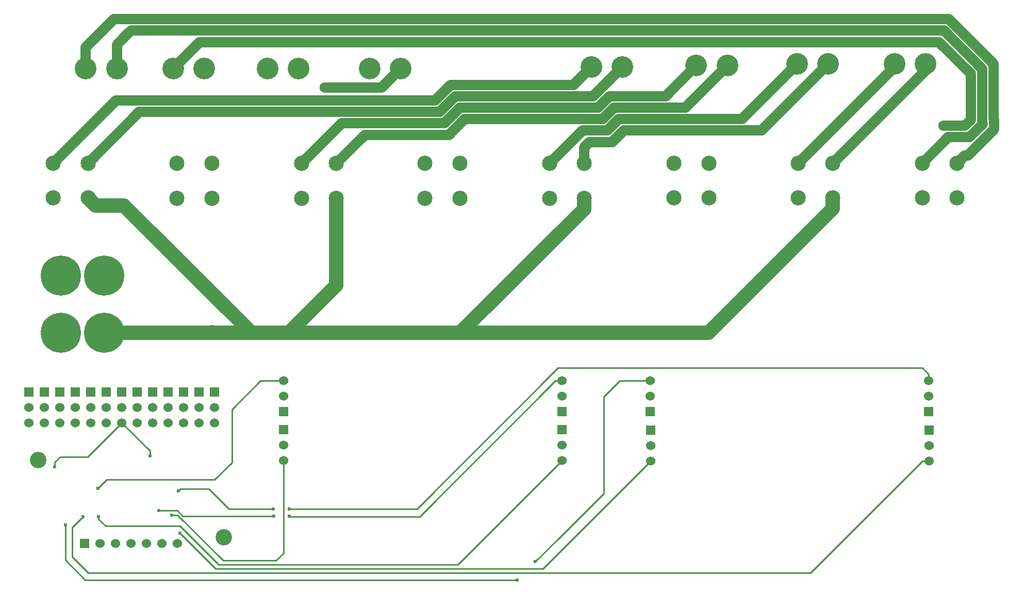
<source format=gtl>
G04 #@! TF.FileFunction,Copper,L1,Top,Signal*
%FSLAX46Y46*%
G04 Gerber Fmt 4.6, Leading zero omitted, Abs format (unit mm)*
G04 Created by KiCad (PCBNEW 4.0.7) date 01/29/18 02:46:11*
%MOMM*%
%LPD*%
G01*
G04 APERTURE LIST*
%ADD10C,0.100000*%
%ADD11C,2.500000*%
%ADD12C,2.692400*%
%ADD13R,1.524000X1.524000*%
%ADD14C,1.524000*%
%ADD15C,6.604000*%
%ADD16C,3.556000*%
%ADD17C,1.727200*%
%ADD18C,0.600000*%
%ADD19C,1.727200*%
%ADD20C,0.254000*%
%ADD21C,2.362200*%
G04 APERTURE END LIST*
D10*
D11*
X64109600Y-76479400D03*
X58409600Y-76479400D03*
X64109600Y-82179400D03*
X58409600Y-82179400D03*
X104861600Y-76530200D03*
X99161600Y-76530200D03*
X104861600Y-82230200D03*
X99161600Y-82230200D03*
D12*
X86440651Y-137952737D03*
X55960651Y-125252737D03*
D13*
X54436651Y-114076737D03*
D14*
X54436651Y-119156737D03*
X78820651Y-138968737D03*
X76280651Y-138968737D03*
X73740651Y-138968737D03*
X71200651Y-138968737D03*
X68660651Y-138968737D03*
X66120651Y-138968737D03*
D13*
X63580651Y-138968737D03*
D14*
X54436651Y-116616737D03*
X56976651Y-119156737D03*
X56976651Y-116616737D03*
X59516651Y-119156737D03*
X59516651Y-116616737D03*
X62056651Y-119156737D03*
X62056651Y-116616737D03*
X64596651Y-119156737D03*
X64596651Y-116616737D03*
X67136651Y-119156737D03*
X67136651Y-116616737D03*
X69676651Y-119156737D03*
X69676651Y-116616737D03*
X72216651Y-119156737D03*
X72216651Y-116616737D03*
X74756651Y-119156737D03*
X74756651Y-116616737D03*
X77296651Y-119156737D03*
X77296651Y-116616737D03*
X79836651Y-119156737D03*
X79836651Y-116616737D03*
X82376651Y-119156737D03*
X82376651Y-116616737D03*
X84916651Y-119156737D03*
X84916651Y-116616737D03*
D13*
X56976651Y-114076737D03*
X59516651Y-114076737D03*
X62056651Y-114076737D03*
X64596651Y-114076737D03*
X67136651Y-114076737D03*
X69676651Y-114076737D03*
X72216651Y-114076737D03*
X74756651Y-114076737D03*
X77296651Y-114076737D03*
X79836651Y-114076737D03*
X82376651Y-114076737D03*
X84916651Y-114076737D03*
D11*
X78753800Y-76525000D03*
X84453800Y-76525000D03*
X78753800Y-82225000D03*
X84453800Y-82225000D03*
D15*
X66802000Y-94996000D03*
X59639200Y-94996000D03*
D16*
X78105000Y-60934600D03*
X83235800Y-60934600D03*
X93599000Y-60909200D03*
X98729800Y-60909200D03*
D11*
X145603200Y-76530200D03*
X139903200Y-76530200D03*
X145603200Y-82230200D03*
X139903200Y-82230200D03*
D13*
X202156942Y-117344262D03*
D14*
X202156942Y-114804262D03*
X202156942Y-112264262D03*
D16*
X146761200Y-60655200D03*
X151892000Y-60655200D03*
D11*
X160349000Y-76510000D03*
X166049000Y-76510000D03*
X160349000Y-82210000D03*
X166049000Y-82210000D03*
D16*
X63754000Y-60934600D03*
X68884800Y-60934600D03*
X164007800Y-60401200D03*
X169138600Y-60401200D03*
X180543200Y-60172600D03*
X185674000Y-60172600D03*
X110363000Y-60909200D03*
X115493800Y-60909200D03*
X196545200Y-60121800D03*
X201676000Y-60121800D03*
D15*
X66802000Y-104394000D03*
X59639200Y-104394000D03*
D13*
X156438600Y-117348000D03*
D14*
X156438600Y-114808000D03*
X156438600Y-112268000D03*
D13*
X202234800Y-120345200D03*
D14*
X202234800Y-122885200D03*
X202234800Y-125425200D03*
D13*
X96240600Y-117344262D03*
D14*
X96240600Y-114804262D03*
X96240600Y-112264262D03*
D13*
X141960600Y-120269000D03*
D14*
X141960600Y-122809000D03*
X141960600Y-125349000D03*
D13*
X141947641Y-117347775D03*
D14*
X141947641Y-114807775D03*
X141947641Y-112267775D03*
D13*
X96226157Y-120271065D03*
D14*
X96226157Y-122811065D03*
X96226157Y-125351065D03*
D13*
X156514800Y-120345200D03*
D14*
X156514800Y-122885200D03*
X156514800Y-125425200D03*
D11*
X186446400Y-76504800D03*
X180746400Y-76504800D03*
X186446400Y-82204800D03*
X180746400Y-82204800D03*
X119471200Y-76530200D03*
X125171200Y-76530200D03*
X119471200Y-82230200D03*
X125171200Y-82230200D03*
X201106800Y-76479400D03*
X206806800Y-76479400D03*
X201106800Y-82179400D03*
X206806800Y-82179400D03*
D17*
X204591026Y-70337006D03*
X103022400Y-64058800D03*
D18*
X63322200Y-134569200D03*
X65760600Y-129946400D03*
X65862200Y-134594600D03*
X58659975Y-126390747D03*
X74280975Y-124612747D03*
X60401200Y-135966200D03*
X134594600Y-144983200D03*
X137591800Y-141986000D03*
X77851000Y-134289800D03*
X78968600Y-130361047D03*
X94513400Y-133299200D03*
X97129600Y-133273800D03*
X79222600Y-137312400D03*
X75742800Y-133604000D03*
X94615000Y-134467600D03*
X97155000Y-134467600D03*
D19*
X212826600Y-69173052D02*
X212826600Y-60189082D01*
X212826600Y-60189082D02*
X205444118Y-52806600D01*
X205444118Y-52806600D02*
X68402200Y-52806600D01*
X212928200Y-70916800D02*
X212928200Y-69274652D01*
X212928200Y-69274652D02*
X212826600Y-69173052D01*
X206806800Y-76479400D02*
X208056799Y-75229401D01*
X63754000Y-57454800D02*
X63754000Y-60934600D01*
X208056799Y-75229401D02*
X208615599Y-75229401D01*
X208615599Y-75229401D02*
X212928200Y-70916800D01*
X68402200Y-52806600D02*
X63754000Y-57454800D01*
X210946992Y-60967642D02*
X204665562Y-54686212D01*
X204665562Y-54686212D02*
X71221588Y-54686212D01*
X71221588Y-54686212D02*
X70027800Y-55880000D01*
X211048590Y-70053210D02*
X210946992Y-69951612D01*
X210946992Y-69951612D02*
X210946992Y-60967642D01*
X70789800Y-55118000D02*
X70027800Y-55880000D01*
X70027800Y-55880000D02*
X68884800Y-57023000D01*
X71221590Y-54686210D02*
X70027800Y-55880000D01*
X68884800Y-57023000D02*
X68884800Y-60934600D01*
X205369584Y-72216616D02*
X208885184Y-72216616D01*
X208885184Y-72216616D02*
X211048590Y-70053210D01*
X201106800Y-76479400D02*
X205369584Y-72216616D01*
X58409600Y-76479400D02*
X68721990Y-66167010D01*
X68721990Y-66167010D02*
X121090622Y-66167010D01*
X121090622Y-66167010D02*
X123656032Y-63601600D01*
X123656032Y-63601600D02*
X143814800Y-63601600D01*
X143814800Y-63601600D02*
X144983201Y-62433199D01*
X144983201Y-62433199D02*
X146761200Y-60655200D01*
X150114001Y-62433199D02*
X151892000Y-60655200D01*
X72542380Y-68046620D02*
X121869180Y-68046620D01*
X121869180Y-68046620D02*
X124434590Y-65481210D01*
X124434590Y-65481210D02*
X147065990Y-65481210D01*
X147065990Y-65481210D02*
X150114001Y-62433199D01*
X64109600Y-76479400D02*
X72542380Y-68046620D01*
X209067382Y-61746200D02*
X203887002Y-56565820D01*
X203887002Y-56565820D02*
X82473780Y-56565820D01*
X208106626Y-70337006D02*
X209067382Y-69376250D01*
X209067382Y-69376250D02*
X209067382Y-61746200D01*
X204591026Y-70337006D02*
X208106626Y-70337006D01*
X82473780Y-56565820D02*
X78105000Y-60934600D01*
X149749569Y-65455800D02*
X158953200Y-65455800D01*
X158953200Y-65455800D02*
X164007800Y-60401200D01*
X125213149Y-67360820D02*
X147844549Y-67360820D01*
X147844549Y-67360820D02*
X149749569Y-65455800D01*
X105765570Y-69926230D02*
X122647739Y-69926230D01*
X122647739Y-69926230D02*
X125213149Y-67360820D01*
X99161600Y-76530200D02*
X105765570Y-69926230D01*
X150528128Y-67335410D02*
X162204390Y-67335410D01*
X162204390Y-67335410D02*
X169138600Y-60401200D01*
X125991708Y-69240430D02*
X148623108Y-69240430D01*
X148623108Y-69240430D02*
X150528128Y-67335410D01*
X109585960Y-71805840D02*
X123426298Y-71805840D01*
X123426298Y-71805840D02*
X125991708Y-69240430D01*
X104861600Y-76530200D02*
X109585960Y-71805840D01*
X145313360Y-71120040D02*
X149401666Y-71120040D01*
X139903200Y-76530200D02*
X145313360Y-71120040D01*
X149401666Y-71120040D02*
X151306686Y-69215020D01*
X151306686Y-69215020D02*
X171500780Y-69215020D01*
X171500780Y-69215020D02*
X178765201Y-61950599D01*
X178765201Y-61950599D02*
X180543200Y-60172600D01*
X145603200Y-76530200D02*
X145603200Y-73852800D01*
X145603200Y-73852800D02*
X146456350Y-72999650D01*
X146456350Y-72999650D02*
X150180224Y-72999650D01*
X150180224Y-72999650D02*
X152085244Y-71094630D01*
X152085244Y-71094630D02*
X174751970Y-71094630D01*
X174751970Y-71094630D02*
X185674000Y-60172600D01*
X103022400Y-64058800D02*
X112344200Y-64058800D01*
X112344200Y-64058800D02*
X115493800Y-60909200D01*
X180746400Y-76504800D02*
X196545200Y-60706000D01*
X196545200Y-60706000D02*
X196545200Y-60121800D01*
X197002400Y-60136800D02*
X197002400Y-60121800D01*
X186446400Y-76504800D02*
X201676000Y-61275200D01*
X201676000Y-61275200D02*
X201676000Y-60121800D01*
D20*
X182742170Y-143840200D02*
X64262000Y-143840200D01*
X61493400Y-141198600D02*
X64135000Y-143840200D01*
X64135000Y-143840200D02*
X64262000Y-143840200D01*
X61493400Y-136398000D02*
X61493400Y-141198600D01*
X63322200Y-134569200D02*
X61493400Y-136398000D01*
X202234800Y-125425200D02*
X201157170Y-125425200D01*
X201157170Y-125425200D02*
X182742170Y-143840200D01*
X67208400Y-128498600D02*
X65760600Y-129946400D01*
X84912200Y-128498600D02*
X67208400Y-128498600D01*
X87731600Y-125679200D02*
X84912200Y-128498600D01*
X87731600Y-116992400D02*
X87731600Y-125679200D01*
X92459738Y-112264262D02*
X87731600Y-116992400D01*
X96240600Y-112264262D02*
X92459738Y-112264262D01*
X141960600Y-125349000D02*
X124815600Y-142494000D01*
X124815600Y-142494000D02*
X85572600Y-142494000D01*
X85572600Y-142494000D02*
X79222600Y-136144000D01*
X79222600Y-136144000D02*
X66987336Y-136144000D01*
X66987336Y-136144000D02*
X65862200Y-135018864D01*
X65862200Y-135018864D02*
X65862200Y-134594600D01*
X59548975Y-124739747D02*
X58659975Y-125628747D01*
X58659975Y-125628747D02*
X58659975Y-126390747D01*
X64093641Y-124739747D02*
X59548975Y-124739747D01*
X69676651Y-119156737D02*
X64093641Y-124739747D01*
X74280975Y-123761061D02*
X74280975Y-124612747D01*
X69676651Y-119156737D02*
X74280975Y-123761061D01*
X60401200Y-141706600D02*
X60401200Y-135966200D01*
X63677800Y-144983200D02*
X60401200Y-141706600D01*
X134594600Y-144983200D02*
X63677800Y-144983200D01*
X141681200Y-137896600D02*
X137591800Y-141986000D01*
X148844000Y-130759200D02*
X141706600Y-137896600D01*
X141706600Y-137896600D02*
X141681200Y-137896600D01*
X148844000Y-129387600D02*
X148844000Y-130759200D01*
X148844000Y-114884200D02*
X148844000Y-129387600D01*
X151460200Y-112268000D02*
X148844000Y-114884200D01*
X156438600Y-112268000D02*
X151460200Y-112268000D01*
X78639902Y-134289800D02*
X77851000Y-134289800D01*
X86309200Y-141808200D02*
X78790800Y-134289800D01*
X78790800Y-134289800D02*
X78639902Y-134289800D01*
X86385400Y-141808200D02*
X86309200Y-141808200D01*
X87350600Y-141808200D02*
X86385400Y-141808200D01*
X94970600Y-141808200D02*
X87350600Y-141808200D01*
X96215200Y-134721600D02*
X96215200Y-140563600D01*
X96215200Y-140563600D02*
X94970600Y-141808200D01*
X96215200Y-126439652D02*
X96215200Y-134721600D01*
X96226157Y-125351065D02*
X96226157Y-126428695D01*
X96226157Y-126428695D02*
X96215200Y-126439652D01*
X83947000Y-130022600D02*
X79307047Y-130022600D01*
X79307047Y-130022600D02*
X78968600Y-130361047D01*
X87223600Y-133299200D02*
X83947000Y-130022600D01*
X94513400Y-133299200D02*
X87223600Y-133299200D01*
X118135400Y-133273800D02*
X97129600Y-133273800D01*
X141274800Y-110134400D02*
X118135400Y-133273800D01*
X201104710Y-110134400D02*
X141274800Y-110134400D01*
X202156942Y-112264262D02*
X202156942Y-111186632D01*
X202156942Y-111186632D02*
X201104710Y-110134400D01*
X87350600Y-143154400D02*
X86360000Y-143154400D01*
X86360000Y-143154400D02*
X86080600Y-143154400D01*
X85064600Y-143154400D02*
X86360000Y-143154400D01*
X79222600Y-137312400D02*
X85064600Y-143154400D01*
X138785600Y-143154400D02*
X87350600Y-143154400D01*
X156514800Y-125425200D02*
X138785600Y-143154400D01*
D21*
X93853000Y-104394000D02*
X97053400Y-104394000D01*
X97053400Y-104394000D02*
X118186200Y-104394000D01*
X104861600Y-82230200D02*
X104861600Y-96585800D01*
X104861600Y-96585800D02*
X97053400Y-104394000D01*
X81788000Y-104394000D02*
X93853000Y-104394000D01*
X69992799Y-83429399D02*
X90957400Y-104394000D01*
X90957400Y-104394000D02*
X93853000Y-104394000D01*
X64109600Y-82179400D02*
X65359599Y-83429399D01*
X65359599Y-83429399D02*
X69992799Y-83429399D01*
X84465566Y-104303132D02*
X84465566Y-104394000D01*
X145603200Y-82230200D02*
X145603200Y-83997966D01*
X145603200Y-83997966D02*
X125207166Y-104394000D01*
X125207166Y-104394000D02*
X118186200Y-104394000D01*
X118186200Y-104394000D02*
X162941000Y-104394000D01*
X162941000Y-104394000D02*
X164257200Y-104394000D01*
X186446400Y-83972566D02*
X166024966Y-104394000D01*
X186446400Y-82204800D02*
X186446400Y-83972566D01*
X166024966Y-104394000D02*
X162941000Y-104394000D01*
X66802000Y-104394000D02*
X81788000Y-104394000D01*
X84465566Y-104394000D02*
X81788000Y-104394000D01*
X123439400Y-104394000D02*
X118186200Y-104394000D01*
D20*
X75920600Y-133604000D02*
X75742800Y-133604000D01*
X76174600Y-133604000D02*
X75920600Y-133604000D01*
X78811616Y-133604000D02*
X76174600Y-133604000D01*
X94615000Y-134467600D02*
X79675216Y-134467600D01*
X79675216Y-134467600D02*
X78811616Y-133604000D01*
X118568586Y-134569200D02*
X97256600Y-134569200D01*
X97256600Y-134569200D02*
X97155000Y-134467600D01*
X141947641Y-112267775D02*
X140870011Y-112267775D01*
X140870011Y-112267775D02*
X118568586Y-134569200D01*
M02*

</source>
